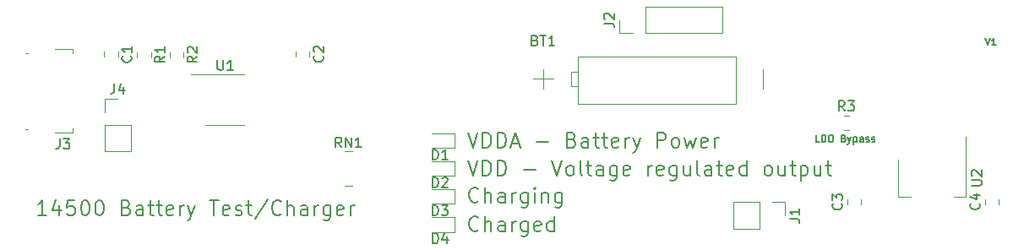
<source format=gbr>
G04 #@! TF.GenerationSoftware,KiCad,Pcbnew,5.1.2*
G04 #@! TF.CreationDate,2019-05-27T08:48:40-05:00*
G04 #@! TF.ProjectId,14500,31343530-302e-46b6-9963-61645f706362,rev?*
G04 #@! TF.SameCoordinates,Original*
G04 #@! TF.FileFunction,Legend,Top*
G04 #@! TF.FilePolarity,Positive*
%FSLAX46Y46*%
G04 Gerber Fmt 4.6, Leading zero omitted, Abs format (unit mm)*
G04 Created by KiCad (PCBNEW 5.1.2) date 2019-05-27 08:48:40*
%MOMM*%
%LPD*%
G04 APERTURE LIST*
%ADD10C,0.150000*%
%ADD11C,0.175000*%
%ADD12C,0.120000*%
G04 APERTURE END LIST*
D10*
X209033333Y-58716666D02*
X209266666Y-59416666D01*
X209500000Y-58716666D01*
X210100000Y-59416666D02*
X209700000Y-59416666D01*
X209900000Y-59416666D02*
X209900000Y-58716666D01*
X209833333Y-58816666D01*
X209766666Y-58883333D01*
X209700000Y-58916666D01*
X114971428Y-76478571D02*
X114114285Y-76478571D01*
X114542857Y-76478571D02*
X114542857Y-74978571D01*
X114399999Y-75192857D01*
X114257142Y-75335714D01*
X114114285Y-75407142D01*
X116257142Y-75478571D02*
X116257142Y-76478571D01*
X115899999Y-74907142D02*
X115542857Y-75978571D01*
X116471428Y-75978571D01*
X117757142Y-74978571D02*
X117042857Y-74978571D01*
X116971428Y-75692857D01*
X117042857Y-75621428D01*
X117185714Y-75550000D01*
X117542857Y-75550000D01*
X117685714Y-75621428D01*
X117757142Y-75692857D01*
X117828571Y-75835714D01*
X117828571Y-76192857D01*
X117757142Y-76335714D01*
X117685714Y-76407142D01*
X117542857Y-76478571D01*
X117185714Y-76478571D01*
X117042857Y-76407142D01*
X116971428Y-76335714D01*
X118757142Y-74978571D02*
X118899999Y-74978571D01*
X119042857Y-75050000D01*
X119114285Y-75121428D01*
X119185714Y-75264285D01*
X119257142Y-75550000D01*
X119257142Y-75907142D01*
X119185714Y-76192857D01*
X119114285Y-76335714D01*
X119042857Y-76407142D01*
X118899999Y-76478571D01*
X118757142Y-76478571D01*
X118614285Y-76407142D01*
X118542857Y-76335714D01*
X118471428Y-76192857D01*
X118399999Y-75907142D01*
X118399999Y-75550000D01*
X118471428Y-75264285D01*
X118542857Y-75121428D01*
X118614285Y-75050000D01*
X118757142Y-74978571D01*
X120185714Y-74978571D02*
X120328571Y-74978571D01*
X120471428Y-75050000D01*
X120542857Y-75121428D01*
X120614285Y-75264285D01*
X120685714Y-75550000D01*
X120685714Y-75907142D01*
X120614285Y-76192857D01*
X120542857Y-76335714D01*
X120471428Y-76407142D01*
X120328571Y-76478571D01*
X120185714Y-76478571D01*
X120042857Y-76407142D01*
X119971428Y-76335714D01*
X119899999Y-76192857D01*
X119828571Y-75907142D01*
X119828571Y-75550000D01*
X119899999Y-75264285D01*
X119971428Y-75121428D01*
X120042857Y-75050000D01*
X120185714Y-74978571D01*
X122971428Y-75692857D02*
X123185714Y-75764285D01*
X123257142Y-75835714D01*
X123328571Y-75978571D01*
X123328571Y-76192857D01*
X123257142Y-76335714D01*
X123185714Y-76407142D01*
X123042857Y-76478571D01*
X122471428Y-76478571D01*
X122471428Y-74978571D01*
X122971428Y-74978571D01*
X123114285Y-75050000D01*
X123185714Y-75121428D01*
X123257142Y-75264285D01*
X123257142Y-75407142D01*
X123185714Y-75550000D01*
X123114285Y-75621428D01*
X122971428Y-75692857D01*
X122471428Y-75692857D01*
X124614285Y-76478571D02*
X124614285Y-75692857D01*
X124542857Y-75550000D01*
X124399999Y-75478571D01*
X124114285Y-75478571D01*
X123971428Y-75550000D01*
X124614285Y-76407142D02*
X124471428Y-76478571D01*
X124114285Y-76478571D01*
X123971428Y-76407142D01*
X123899999Y-76264285D01*
X123899999Y-76121428D01*
X123971428Y-75978571D01*
X124114285Y-75907142D01*
X124471428Y-75907142D01*
X124614285Y-75835714D01*
X125114285Y-75478571D02*
X125685714Y-75478571D01*
X125328571Y-74978571D02*
X125328571Y-76264285D01*
X125399999Y-76407142D01*
X125542857Y-76478571D01*
X125685714Y-76478571D01*
X125971428Y-75478571D02*
X126542857Y-75478571D01*
X126185714Y-74978571D02*
X126185714Y-76264285D01*
X126257142Y-76407142D01*
X126399999Y-76478571D01*
X126542857Y-76478571D01*
X127614285Y-76407142D02*
X127471428Y-76478571D01*
X127185714Y-76478571D01*
X127042857Y-76407142D01*
X126971428Y-76264285D01*
X126971428Y-75692857D01*
X127042857Y-75550000D01*
X127185714Y-75478571D01*
X127471428Y-75478571D01*
X127614285Y-75550000D01*
X127685714Y-75692857D01*
X127685714Y-75835714D01*
X126971428Y-75978571D01*
X128328571Y-76478571D02*
X128328571Y-75478571D01*
X128328571Y-75764285D02*
X128399999Y-75621428D01*
X128471428Y-75550000D01*
X128614285Y-75478571D01*
X128757142Y-75478571D01*
X129114285Y-75478571D02*
X129471428Y-76478571D01*
X129828571Y-75478571D02*
X129471428Y-76478571D01*
X129328571Y-76835714D01*
X129257142Y-76907142D01*
X129114285Y-76978571D01*
X131328571Y-74978571D02*
X132185714Y-74978571D01*
X131757142Y-76478571D02*
X131757142Y-74978571D01*
X133257142Y-76407142D02*
X133114285Y-76478571D01*
X132828571Y-76478571D01*
X132685714Y-76407142D01*
X132614285Y-76264285D01*
X132614285Y-75692857D01*
X132685714Y-75550000D01*
X132828571Y-75478571D01*
X133114285Y-75478571D01*
X133257142Y-75550000D01*
X133328571Y-75692857D01*
X133328571Y-75835714D01*
X132614285Y-75978571D01*
X133899999Y-76407142D02*
X134042857Y-76478571D01*
X134328571Y-76478571D01*
X134471428Y-76407142D01*
X134542857Y-76264285D01*
X134542857Y-76192857D01*
X134471428Y-76050000D01*
X134328571Y-75978571D01*
X134114285Y-75978571D01*
X133971428Y-75907142D01*
X133899999Y-75764285D01*
X133899999Y-75692857D01*
X133971428Y-75550000D01*
X134114285Y-75478571D01*
X134328571Y-75478571D01*
X134471428Y-75550000D01*
X134971428Y-75478571D02*
X135542857Y-75478571D01*
X135185714Y-74978571D02*
X135185714Y-76264285D01*
X135257142Y-76407142D01*
X135399999Y-76478571D01*
X135542857Y-76478571D01*
X137114285Y-74907142D02*
X135828571Y-76835714D01*
X138471428Y-76335714D02*
X138399999Y-76407142D01*
X138185714Y-76478571D01*
X138042857Y-76478571D01*
X137828571Y-76407142D01*
X137685714Y-76264285D01*
X137614285Y-76121428D01*
X137542857Y-75835714D01*
X137542857Y-75621428D01*
X137614285Y-75335714D01*
X137685714Y-75192857D01*
X137828571Y-75050000D01*
X138042857Y-74978571D01*
X138185714Y-74978571D01*
X138399999Y-75050000D01*
X138471428Y-75121428D01*
X139114285Y-76478571D02*
X139114285Y-74978571D01*
X139757142Y-76478571D02*
X139757142Y-75692857D01*
X139685714Y-75550000D01*
X139542857Y-75478571D01*
X139328571Y-75478571D01*
X139185714Y-75550000D01*
X139114285Y-75621428D01*
X141114285Y-76478571D02*
X141114285Y-75692857D01*
X141042857Y-75550000D01*
X140900000Y-75478571D01*
X140614285Y-75478571D01*
X140471428Y-75550000D01*
X141114285Y-76407142D02*
X140971428Y-76478571D01*
X140614285Y-76478571D01*
X140471428Y-76407142D01*
X140400000Y-76264285D01*
X140400000Y-76121428D01*
X140471428Y-75978571D01*
X140614285Y-75907142D01*
X140971428Y-75907142D01*
X141114285Y-75835714D01*
X141828571Y-76478571D02*
X141828571Y-75478571D01*
X141828571Y-75764285D02*
X141900000Y-75621428D01*
X141971428Y-75550000D01*
X142114285Y-75478571D01*
X142257142Y-75478571D01*
X143400000Y-75478571D02*
X143400000Y-76692857D01*
X143328571Y-76835714D01*
X143257142Y-76907142D01*
X143114285Y-76978571D01*
X142900000Y-76978571D01*
X142757142Y-76907142D01*
X143400000Y-76407142D02*
X143257142Y-76478571D01*
X142971428Y-76478571D01*
X142828571Y-76407142D01*
X142757142Y-76335714D01*
X142685714Y-76192857D01*
X142685714Y-75764285D01*
X142757142Y-75621428D01*
X142828571Y-75550000D01*
X142971428Y-75478571D01*
X143257142Y-75478571D01*
X143400000Y-75550000D01*
X144685714Y-76407142D02*
X144542857Y-76478571D01*
X144257142Y-76478571D01*
X144114285Y-76407142D01*
X144042857Y-76264285D01*
X144042857Y-75692857D01*
X144114285Y-75550000D01*
X144257142Y-75478571D01*
X144542857Y-75478571D01*
X144685714Y-75550000D01*
X144757142Y-75692857D01*
X144757142Y-75835714D01*
X144042857Y-75978571D01*
X145400000Y-76478571D02*
X145400000Y-75478571D01*
X145400000Y-75764285D02*
X145471428Y-75621428D01*
X145542857Y-75550000D01*
X145685714Y-75478571D01*
X145828571Y-75478571D01*
D11*
X192416666Y-69116666D02*
X192083333Y-69116666D01*
X192083333Y-68416666D01*
X192650000Y-69116666D02*
X192650000Y-68416666D01*
X192816666Y-68416666D01*
X192916666Y-68450000D01*
X192983333Y-68516666D01*
X193016666Y-68583333D01*
X193050000Y-68716666D01*
X193050000Y-68816666D01*
X193016666Y-68950000D01*
X192983333Y-69016666D01*
X192916666Y-69083333D01*
X192816666Y-69116666D01*
X192650000Y-69116666D01*
X193483333Y-68416666D02*
X193616666Y-68416666D01*
X193683333Y-68450000D01*
X193750000Y-68516666D01*
X193783333Y-68650000D01*
X193783333Y-68883333D01*
X193750000Y-69016666D01*
X193683333Y-69083333D01*
X193616666Y-69116666D01*
X193483333Y-69116666D01*
X193416666Y-69083333D01*
X193350000Y-69016666D01*
X193316666Y-68883333D01*
X193316666Y-68650000D01*
X193350000Y-68516666D01*
X193416666Y-68450000D01*
X193483333Y-68416666D01*
X194850000Y-68750000D02*
X194950000Y-68783333D01*
X194983333Y-68816666D01*
X195016666Y-68883333D01*
X195016666Y-68983333D01*
X194983333Y-69050000D01*
X194950000Y-69083333D01*
X194883333Y-69116666D01*
X194616666Y-69116666D01*
X194616666Y-68416666D01*
X194850000Y-68416666D01*
X194916666Y-68450000D01*
X194950000Y-68483333D01*
X194983333Y-68550000D01*
X194983333Y-68616666D01*
X194950000Y-68683333D01*
X194916666Y-68716666D01*
X194850000Y-68750000D01*
X194616666Y-68750000D01*
X195250000Y-68650000D02*
X195416666Y-69116666D01*
X195583333Y-68650000D02*
X195416666Y-69116666D01*
X195350000Y-69283333D01*
X195316666Y-69316666D01*
X195250000Y-69350000D01*
X195850000Y-68650000D02*
X195850000Y-69350000D01*
X195850000Y-68683333D02*
X195916666Y-68650000D01*
X196050000Y-68650000D01*
X196116666Y-68683333D01*
X196150000Y-68716666D01*
X196183333Y-68783333D01*
X196183333Y-68983333D01*
X196150000Y-69050000D01*
X196116666Y-69083333D01*
X196050000Y-69116666D01*
X195916666Y-69116666D01*
X195850000Y-69083333D01*
X196783333Y-69116666D02*
X196783333Y-68750000D01*
X196750000Y-68683333D01*
X196683333Y-68650000D01*
X196550000Y-68650000D01*
X196483333Y-68683333D01*
X196783333Y-69083333D02*
X196716666Y-69116666D01*
X196550000Y-69116666D01*
X196483333Y-69083333D01*
X196450000Y-69016666D01*
X196450000Y-68950000D01*
X196483333Y-68883333D01*
X196550000Y-68850000D01*
X196716666Y-68850000D01*
X196783333Y-68816666D01*
X197083333Y-69083333D02*
X197150000Y-69116666D01*
X197283333Y-69116666D01*
X197350000Y-69083333D01*
X197383333Y-69016666D01*
X197383333Y-68983333D01*
X197350000Y-68916666D01*
X197283333Y-68883333D01*
X197183333Y-68883333D01*
X197116666Y-68850000D01*
X197083333Y-68783333D01*
X197083333Y-68750000D01*
X197116666Y-68683333D01*
X197183333Y-68650000D01*
X197283333Y-68650000D01*
X197350000Y-68683333D01*
X197650000Y-69083333D02*
X197716666Y-69116666D01*
X197850000Y-69116666D01*
X197916666Y-69083333D01*
X197950000Y-69016666D01*
X197950000Y-68983333D01*
X197916666Y-68916666D01*
X197850000Y-68883333D01*
X197750000Y-68883333D01*
X197683333Y-68850000D01*
X197650000Y-68783333D01*
X197650000Y-68750000D01*
X197683333Y-68683333D01*
X197750000Y-68650000D01*
X197850000Y-68650000D01*
X197916666Y-68683333D01*
D10*
X158242857Y-77935714D02*
X158171428Y-78007142D01*
X157957142Y-78078571D01*
X157814285Y-78078571D01*
X157600000Y-78007142D01*
X157457142Y-77864285D01*
X157385714Y-77721428D01*
X157314285Y-77435714D01*
X157314285Y-77221428D01*
X157385714Y-76935714D01*
X157457142Y-76792857D01*
X157600000Y-76650000D01*
X157814285Y-76578571D01*
X157957142Y-76578571D01*
X158171428Y-76650000D01*
X158242857Y-76721428D01*
X158885714Y-78078571D02*
X158885714Y-76578571D01*
X159528571Y-78078571D02*
X159528571Y-77292857D01*
X159457142Y-77150000D01*
X159314285Y-77078571D01*
X159100000Y-77078571D01*
X158957142Y-77150000D01*
X158885714Y-77221428D01*
X160885714Y-78078571D02*
X160885714Y-77292857D01*
X160814285Y-77150000D01*
X160671428Y-77078571D01*
X160385714Y-77078571D01*
X160242857Y-77150000D01*
X160885714Y-78007142D02*
X160742857Y-78078571D01*
X160385714Y-78078571D01*
X160242857Y-78007142D01*
X160171428Y-77864285D01*
X160171428Y-77721428D01*
X160242857Y-77578571D01*
X160385714Y-77507142D01*
X160742857Y-77507142D01*
X160885714Y-77435714D01*
X161600000Y-78078571D02*
X161600000Y-77078571D01*
X161600000Y-77364285D02*
X161671428Y-77221428D01*
X161742857Y-77150000D01*
X161885714Y-77078571D01*
X162028571Y-77078571D01*
X163171428Y-77078571D02*
X163171428Y-78292857D01*
X163100000Y-78435714D01*
X163028571Y-78507142D01*
X162885714Y-78578571D01*
X162671428Y-78578571D01*
X162528571Y-78507142D01*
X163171428Y-78007142D02*
X163028571Y-78078571D01*
X162742857Y-78078571D01*
X162600000Y-78007142D01*
X162528571Y-77935714D01*
X162457142Y-77792857D01*
X162457142Y-77364285D01*
X162528571Y-77221428D01*
X162600000Y-77150000D01*
X162742857Y-77078571D01*
X163028571Y-77078571D01*
X163171428Y-77150000D01*
X164457142Y-78007142D02*
X164314285Y-78078571D01*
X164028571Y-78078571D01*
X163885714Y-78007142D01*
X163814285Y-77864285D01*
X163814285Y-77292857D01*
X163885714Y-77150000D01*
X164028571Y-77078571D01*
X164314285Y-77078571D01*
X164457142Y-77150000D01*
X164528571Y-77292857D01*
X164528571Y-77435714D01*
X163814285Y-77578571D01*
X165814285Y-78078571D02*
X165814285Y-76578571D01*
X165814285Y-78007142D02*
X165671428Y-78078571D01*
X165385714Y-78078571D01*
X165242857Y-78007142D01*
X165171428Y-77935714D01*
X165100000Y-77792857D01*
X165100000Y-77364285D01*
X165171428Y-77221428D01*
X165242857Y-77150000D01*
X165385714Y-77078571D01*
X165671428Y-77078571D01*
X165814285Y-77150000D01*
X158242857Y-75035714D02*
X158171428Y-75107142D01*
X157957142Y-75178571D01*
X157814285Y-75178571D01*
X157599999Y-75107142D01*
X157457142Y-74964285D01*
X157385714Y-74821428D01*
X157314285Y-74535714D01*
X157314285Y-74321428D01*
X157385714Y-74035714D01*
X157457142Y-73892857D01*
X157599999Y-73750000D01*
X157814285Y-73678571D01*
X157957142Y-73678571D01*
X158171428Y-73750000D01*
X158242857Y-73821428D01*
X158885714Y-75178571D02*
X158885714Y-73678571D01*
X159528571Y-75178571D02*
X159528571Y-74392857D01*
X159457142Y-74250000D01*
X159314285Y-74178571D01*
X159099999Y-74178571D01*
X158957142Y-74250000D01*
X158885714Y-74321428D01*
X160885714Y-75178571D02*
X160885714Y-74392857D01*
X160814285Y-74250000D01*
X160671428Y-74178571D01*
X160385714Y-74178571D01*
X160242857Y-74250000D01*
X160885714Y-75107142D02*
X160742857Y-75178571D01*
X160385714Y-75178571D01*
X160242857Y-75107142D01*
X160171428Y-74964285D01*
X160171428Y-74821428D01*
X160242857Y-74678571D01*
X160385714Y-74607142D01*
X160742857Y-74607142D01*
X160885714Y-74535714D01*
X161599999Y-75178571D02*
X161599999Y-74178571D01*
X161599999Y-74464285D02*
X161671428Y-74321428D01*
X161742857Y-74250000D01*
X161885714Y-74178571D01*
X162028571Y-74178571D01*
X163171428Y-74178571D02*
X163171428Y-75392857D01*
X163099999Y-75535714D01*
X163028571Y-75607142D01*
X162885714Y-75678571D01*
X162671428Y-75678571D01*
X162528571Y-75607142D01*
X163171428Y-75107142D02*
X163028571Y-75178571D01*
X162742857Y-75178571D01*
X162599999Y-75107142D01*
X162528571Y-75035714D01*
X162457142Y-74892857D01*
X162457142Y-74464285D01*
X162528571Y-74321428D01*
X162599999Y-74250000D01*
X162742857Y-74178571D01*
X163028571Y-74178571D01*
X163171428Y-74250000D01*
X163885714Y-75178571D02*
X163885714Y-74178571D01*
X163885714Y-73678571D02*
X163814285Y-73750000D01*
X163885714Y-73821428D01*
X163957142Y-73750000D01*
X163885714Y-73678571D01*
X163885714Y-73821428D01*
X164599999Y-74178571D02*
X164599999Y-75178571D01*
X164599999Y-74321428D02*
X164671428Y-74250000D01*
X164814285Y-74178571D01*
X165028571Y-74178571D01*
X165171428Y-74250000D01*
X165242857Y-74392857D01*
X165242857Y-75178571D01*
X166599999Y-74178571D02*
X166599999Y-75392857D01*
X166528571Y-75535714D01*
X166457142Y-75607142D01*
X166314285Y-75678571D01*
X166099999Y-75678571D01*
X165957142Y-75607142D01*
X166599999Y-75107142D02*
X166457142Y-75178571D01*
X166171428Y-75178571D01*
X166028571Y-75107142D01*
X165957142Y-75035714D01*
X165885714Y-74892857D01*
X165885714Y-74464285D01*
X165957142Y-74321428D01*
X166028571Y-74250000D01*
X166171428Y-74178571D01*
X166457142Y-74178571D01*
X166599999Y-74250000D01*
X157171429Y-70978571D02*
X157671429Y-72478571D01*
X158171429Y-70978571D01*
X158671429Y-72478571D02*
X158671429Y-70978571D01*
X159028572Y-70978571D01*
X159242857Y-71050000D01*
X159385715Y-71192857D01*
X159457143Y-71335714D01*
X159528572Y-71621428D01*
X159528572Y-71835714D01*
X159457143Y-72121428D01*
X159385715Y-72264285D01*
X159242857Y-72407142D01*
X159028572Y-72478571D01*
X158671429Y-72478571D01*
X160171429Y-72478571D02*
X160171429Y-70978571D01*
X160528572Y-70978571D01*
X160742857Y-71050000D01*
X160885715Y-71192857D01*
X160957143Y-71335714D01*
X161028572Y-71621428D01*
X161028572Y-71835714D01*
X160957143Y-72121428D01*
X160885715Y-72264285D01*
X160742857Y-72407142D01*
X160528572Y-72478571D01*
X160171429Y-72478571D01*
X162814286Y-71907142D02*
X163957143Y-71907142D01*
X165600000Y-70978571D02*
X166100000Y-72478571D01*
X166600000Y-70978571D01*
X167314286Y-72478571D02*
X167171429Y-72407142D01*
X167100000Y-72335714D01*
X167028572Y-72192857D01*
X167028572Y-71764285D01*
X167100000Y-71621428D01*
X167171429Y-71550000D01*
X167314286Y-71478571D01*
X167528572Y-71478571D01*
X167671429Y-71550000D01*
X167742857Y-71621428D01*
X167814286Y-71764285D01*
X167814286Y-72192857D01*
X167742857Y-72335714D01*
X167671429Y-72407142D01*
X167528572Y-72478571D01*
X167314286Y-72478571D01*
X168671429Y-72478571D02*
X168528572Y-72407142D01*
X168457143Y-72264285D01*
X168457143Y-70978571D01*
X169028572Y-71478571D02*
X169600000Y-71478571D01*
X169242857Y-70978571D02*
X169242857Y-72264285D01*
X169314286Y-72407142D01*
X169457143Y-72478571D01*
X169600000Y-72478571D01*
X170742857Y-72478571D02*
X170742857Y-71692857D01*
X170671429Y-71550000D01*
X170528572Y-71478571D01*
X170242857Y-71478571D01*
X170100000Y-71550000D01*
X170742857Y-72407142D02*
X170600000Y-72478571D01*
X170242857Y-72478571D01*
X170100000Y-72407142D01*
X170028572Y-72264285D01*
X170028572Y-72121428D01*
X170100000Y-71978571D01*
X170242857Y-71907142D01*
X170600000Y-71907142D01*
X170742857Y-71835714D01*
X172100000Y-71478571D02*
X172100000Y-72692857D01*
X172028572Y-72835714D01*
X171957143Y-72907142D01*
X171814286Y-72978571D01*
X171600000Y-72978571D01*
X171457143Y-72907142D01*
X172100000Y-72407142D02*
X171957143Y-72478571D01*
X171671429Y-72478571D01*
X171528572Y-72407142D01*
X171457143Y-72335714D01*
X171385715Y-72192857D01*
X171385715Y-71764285D01*
X171457143Y-71621428D01*
X171528572Y-71550000D01*
X171671429Y-71478571D01*
X171957143Y-71478571D01*
X172100000Y-71550000D01*
X173385715Y-72407142D02*
X173242857Y-72478571D01*
X172957143Y-72478571D01*
X172814286Y-72407142D01*
X172742857Y-72264285D01*
X172742857Y-71692857D01*
X172814286Y-71550000D01*
X172957143Y-71478571D01*
X173242857Y-71478571D01*
X173385715Y-71550000D01*
X173457143Y-71692857D01*
X173457143Y-71835714D01*
X172742857Y-71978571D01*
X175242857Y-72478571D02*
X175242857Y-71478571D01*
X175242857Y-71764285D02*
X175314286Y-71621428D01*
X175385715Y-71550000D01*
X175528572Y-71478571D01*
X175671429Y-71478571D01*
X176742857Y-72407142D02*
X176600000Y-72478571D01*
X176314286Y-72478571D01*
X176171429Y-72407142D01*
X176100000Y-72264285D01*
X176100000Y-71692857D01*
X176171429Y-71550000D01*
X176314286Y-71478571D01*
X176600000Y-71478571D01*
X176742857Y-71550000D01*
X176814286Y-71692857D01*
X176814286Y-71835714D01*
X176100000Y-71978571D01*
X178100000Y-71478571D02*
X178100000Y-72692857D01*
X178028572Y-72835714D01*
X177957143Y-72907142D01*
X177814286Y-72978571D01*
X177600000Y-72978571D01*
X177457143Y-72907142D01*
X178100000Y-72407142D02*
X177957143Y-72478571D01*
X177671429Y-72478571D01*
X177528572Y-72407142D01*
X177457143Y-72335714D01*
X177385715Y-72192857D01*
X177385715Y-71764285D01*
X177457143Y-71621428D01*
X177528572Y-71550000D01*
X177671429Y-71478571D01*
X177957143Y-71478571D01*
X178100000Y-71550000D01*
X179457143Y-71478571D02*
X179457143Y-72478571D01*
X178814286Y-71478571D02*
X178814286Y-72264285D01*
X178885715Y-72407142D01*
X179028572Y-72478571D01*
X179242857Y-72478571D01*
X179385715Y-72407142D01*
X179457143Y-72335714D01*
X180385715Y-72478571D02*
X180242857Y-72407142D01*
X180171429Y-72264285D01*
X180171429Y-70978571D01*
X181600000Y-72478571D02*
X181600000Y-71692857D01*
X181528572Y-71550000D01*
X181385715Y-71478571D01*
X181100000Y-71478571D01*
X180957143Y-71550000D01*
X181600000Y-72407142D02*
X181457143Y-72478571D01*
X181100000Y-72478571D01*
X180957143Y-72407142D01*
X180885715Y-72264285D01*
X180885715Y-72121428D01*
X180957143Y-71978571D01*
X181100000Y-71907142D01*
X181457143Y-71907142D01*
X181600000Y-71835714D01*
X182100000Y-71478571D02*
X182671429Y-71478571D01*
X182314286Y-70978571D02*
X182314286Y-72264285D01*
X182385715Y-72407142D01*
X182528572Y-72478571D01*
X182671429Y-72478571D01*
X183742857Y-72407142D02*
X183600000Y-72478571D01*
X183314286Y-72478571D01*
X183171429Y-72407142D01*
X183100000Y-72264285D01*
X183100000Y-71692857D01*
X183171429Y-71550000D01*
X183314286Y-71478571D01*
X183600000Y-71478571D01*
X183742857Y-71550000D01*
X183814286Y-71692857D01*
X183814286Y-71835714D01*
X183100000Y-71978571D01*
X185100000Y-72478571D02*
X185100000Y-70978571D01*
X185100000Y-72407142D02*
X184957143Y-72478571D01*
X184671429Y-72478571D01*
X184528572Y-72407142D01*
X184457143Y-72335714D01*
X184385715Y-72192857D01*
X184385715Y-71764285D01*
X184457143Y-71621428D01*
X184528572Y-71550000D01*
X184671429Y-71478571D01*
X184957143Y-71478571D01*
X185100000Y-71550000D01*
X187171429Y-72478571D02*
X187028572Y-72407142D01*
X186957143Y-72335714D01*
X186885715Y-72192857D01*
X186885715Y-71764285D01*
X186957143Y-71621428D01*
X187028572Y-71550000D01*
X187171429Y-71478571D01*
X187385715Y-71478571D01*
X187528572Y-71550000D01*
X187600000Y-71621428D01*
X187671429Y-71764285D01*
X187671429Y-72192857D01*
X187600000Y-72335714D01*
X187528572Y-72407142D01*
X187385715Y-72478571D01*
X187171429Y-72478571D01*
X188957143Y-71478571D02*
X188957143Y-72478571D01*
X188314286Y-71478571D02*
X188314286Y-72264285D01*
X188385715Y-72407142D01*
X188528572Y-72478571D01*
X188742857Y-72478571D01*
X188885715Y-72407142D01*
X188957143Y-72335714D01*
X189457143Y-71478571D02*
X190028572Y-71478571D01*
X189671429Y-70978571D02*
X189671429Y-72264285D01*
X189742857Y-72407142D01*
X189885715Y-72478571D01*
X190028572Y-72478571D01*
X190528572Y-71478571D02*
X190528572Y-72978571D01*
X190528572Y-71550000D02*
X190671429Y-71478571D01*
X190957143Y-71478571D01*
X191100000Y-71550000D01*
X191171429Y-71621428D01*
X191242857Y-71764285D01*
X191242857Y-72192857D01*
X191171429Y-72335714D01*
X191100000Y-72407142D01*
X190957143Y-72478571D01*
X190671429Y-72478571D01*
X190528572Y-72407142D01*
X192528572Y-71478571D02*
X192528572Y-72478571D01*
X191885715Y-71478571D02*
X191885715Y-72264285D01*
X191957143Y-72407142D01*
X192100000Y-72478571D01*
X192314286Y-72478571D01*
X192457143Y-72407142D01*
X192528572Y-72335714D01*
X193028572Y-71478571D02*
X193600000Y-71478571D01*
X193242857Y-70978571D02*
X193242857Y-72264285D01*
X193314286Y-72407142D01*
X193457143Y-72478571D01*
X193600000Y-72478571D01*
X157171428Y-68178571D02*
X157671428Y-69678571D01*
X158171428Y-68178571D01*
X158671428Y-69678571D02*
X158671428Y-68178571D01*
X159028571Y-68178571D01*
X159242856Y-68250000D01*
X159385714Y-68392857D01*
X159457142Y-68535714D01*
X159528571Y-68821428D01*
X159528571Y-69035714D01*
X159457142Y-69321428D01*
X159385714Y-69464285D01*
X159242856Y-69607142D01*
X159028571Y-69678571D01*
X158671428Y-69678571D01*
X160171428Y-69678571D02*
X160171428Y-68178571D01*
X160528571Y-68178571D01*
X160742856Y-68250000D01*
X160885714Y-68392857D01*
X160957142Y-68535714D01*
X161028571Y-68821428D01*
X161028571Y-69035714D01*
X160957142Y-69321428D01*
X160885714Y-69464285D01*
X160742856Y-69607142D01*
X160528571Y-69678571D01*
X160171428Y-69678571D01*
X161599999Y-69250000D02*
X162314285Y-69250000D01*
X161457142Y-69678571D02*
X161957142Y-68178571D01*
X162457142Y-69678571D01*
X164099999Y-69107142D02*
X165242856Y-69107142D01*
X167599999Y-68892857D02*
X167814285Y-68964285D01*
X167885714Y-69035714D01*
X167957142Y-69178571D01*
X167957142Y-69392857D01*
X167885714Y-69535714D01*
X167814285Y-69607142D01*
X167671428Y-69678571D01*
X167099999Y-69678571D01*
X167099999Y-68178571D01*
X167599999Y-68178571D01*
X167742856Y-68250000D01*
X167814285Y-68321428D01*
X167885714Y-68464285D01*
X167885714Y-68607142D01*
X167814285Y-68750000D01*
X167742856Y-68821428D01*
X167599999Y-68892857D01*
X167099999Y-68892857D01*
X169242856Y-69678571D02*
X169242856Y-68892857D01*
X169171428Y-68750000D01*
X169028571Y-68678571D01*
X168742856Y-68678571D01*
X168599999Y-68750000D01*
X169242856Y-69607142D02*
X169099999Y-69678571D01*
X168742856Y-69678571D01*
X168599999Y-69607142D01*
X168528571Y-69464285D01*
X168528571Y-69321428D01*
X168599999Y-69178571D01*
X168742856Y-69107142D01*
X169099999Y-69107142D01*
X169242856Y-69035714D01*
X169742856Y-68678571D02*
X170314285Y-68678571D01*
X169957142Y-68178571D02*
X169957142Y-69464285D01*
X170028571Y-69607142D01*
X170171428Y-69678571D01*
X170314285Y-69678571D01*
X170599999Y-68678571D02*
X171171428Y-68678571D01*
X170814285Y-68178571D02*
X170814285Y-69464285D01*
X170885714Y-69607142D01*
X171028571Y-69678571D01*
X171171428Y-69678571D01*
X172242856Y-69607142D02*
X172099999Y-69678571D01*
X171814285Y-69678571D01*
X171671428Y-69607142D01*
X171599999Y-69464285D01*
X171599999Y-68892857D01*
X171671428Y-68750000D01*
X171814285Y-68678571D01*
X172099999Y-68678571D01*
X172242856Y-68750000D01*
X172314285Y-68892857D01*
X172314285Y-69035714D01*
X171599999Y-69178571D01*
X172957142Y-69678571D02*
X172957142Y-68678571D01*
X172957142Y-68964285D02*
X173028571Y-68821428D01*
X173099999Y-68750000D01*
X173242856Y-68678571D01*
X173385714Y-68678571D01*
X173742856Y-68678571D02*
X174099999Y-69678571D01*
X174457142Y-68678571D02*
X174099999Y-69678571D01*
X173957142Y-70035714D01*
X173885714Y-70107142D01*
X173742856Y-70178571D01*
X176171428Y-69678571D02*
X176171428Y-68178571D01*
X176742856Y-68178571D01*
X176885714Y-68250000D01*
X176957142Y-68321428D01*
X177028571Y-68464285D01*
X177028571Y-68678571D01*
X176957142Y-68821428D01*
X176885714Y-68892857D01*
X176742856Y-68964285D01*
X176171428Y-68964285D01*
X177885714Y-69678571D02*
X177742856Y-69607142D01*
X177671428Y-69535714D01*
X177599999Y-69392857D01*
X177599999Y-68964285D01*
X177671428Y-68821428D01*
X177742856Y-68750000D01*
X177885714Y-68678571D01*
X178099999Y-68678571D01*
X178242856Y-68750000D01*
X178314285Y-68821428D01*
X178385714Y-68964285D01*
X178385714Y-69392857D01*
X178314285Y-69535714D01*
X178242856Y-69607142D01*
X178099999Y-69678571D01*
X177885714Y-69678571D01*
X178885714Y-68678571D02*
X179171428Y-69678571D01*
X179457142Y-68964285D01*
X179742856Y-69678571D01*
X180028571Y-68678571D01*
X181171428Y-69607142D02*
X181028571Y-69678571D01*
X180742856Y-69678571D01*
X180599999Y-69607142D01*
X180528571Y-69464285D01*
X180528571Y-68892857D01*
X180599999Y-68750000D01*
X180742856Y-68678571D01*
X181028571Y-68678571D01*
X181171428Y-68750000D01*
X181242856Y-68892857D01*
X181242856Y-69035714D01*
X180528571Y-69178571D01*
X181885714Y-69678571D02*
X181885714Y-68678571D01*
X181885714Y-68964285D02*
X181957142Y-68821428D01*
X182028571Y-68750000D01*
X182171428Y-68678571D01*
X182314285Y-68678571D01*
D12*
X168250000Y-60550000D02*
X184000000Y-60550000D01*
X184000000Y-60550000D02*
X184000000Y-65300000D01*
X184000000Y-65300000D02*
X168250000Y-65300000D01*
X168250000Y-65300000D02*
X168250000Y-60550000D01*
X168250000Y-60550000D02*
X168250000Y-62050000D01*
X168250000Y-62050000D02*
X167500000Y-62050000D01*
X167500000Y-62050000D02*
X167500000Y-63550000D01*
X167500000Y-63550000D02*
X168250000Y-63550000D01*
X164750000Y-61800000D02*
X164750000Y-63800000D01*
X163750000Y-62800000D02*
X165750000Y-62800000D01*
X186750000Y-61800000D02*
X186750000Y-63800000D01*
X122110000Y-60078922D02*
X122110000Y-60596078D01*
X120690000Y-60078922D02*
X120690000Y-60596078D01*
X139890000Y-60041422D02*
X139890000Y-60558578D01*
X141310000Y-60041422D02*
X141310000Y-60558578D01*
X196610000Y-75396078D02*
X196610000Y-74878922D01*
X195190000Y-75396078D02*
X195190000Y-74878922D01*
X208990000Y-75358578D02*
X208990000Y-74841422D01*
X210410000Y-75358578D02*
X210410000Y-74841422D01*
X155860000Y-68265000D02*
X153575000Y-68265000D01*
X155860000Y-69735000D02*
X155860000Y-68265000D01*
X153575000Y-69735000D02*
X155860000Y-69735000D01*
X153587500Y-72535000D02*
X155872500Y-72535000D01*
X155872500Y-72535000D02*
X155872500Y-71065000D01*
X155872500Y-71065000D02*
X153587500Y-71065000D01*
X155872500Y-73865000D02*
X153587500Y-73865000D01*
X155872500Y-75335000D02*
X155872500Y-73865000D01*
X153587500Y-75335000D02*
X155872500Y-75335000D01*
X153587500Y-78135000D02*
X155872500Y-78135000D01*
X155872500Y-78135000D02*
X155872500Y-76665000D01*
X155872500Y-76665000D02*
X153587500Y-76665000D01*
X188970000Y-75170000D02*
X188970000Y-76500000D01*
X187640000Y-75170000D02*
X188970000Y-75170000D01*
X186370000Y-75170000D02*
X186370000Y-77830000D01*
X186370000Y-77830000D02*
X183770000Y-77830000D01*
X186370000Y-75170000D02*
X183770000Y-75170000D01*
X183770000Y-75170000D02*
X183770000Y-77830000D01*
X182650000Y-58230000D02*
X182650000Y-55570000D01*
X174970000Y-58230000D02*
X182650000Y-58230000D01*
X174970000Y-55570000D02*
X182650000Y-55570000D01*
X174970000Y-58230000D02*
X174970000Y-55570000D01*
X173700000Y-58230000D02*
X172370000Y-58230000D01*
X172370000Y-58230000D02*
X172370000Y-56900000D01*
X120770000Y-70030000D02*
X123430000Y-70030000D01*
X120770000Y-67430000D02*
X120770000Y-70030000D01*
X123430000Y-67430000D02*
X123430000Y-70030000D01*
X120770000Y-67430000D02*
X123430000Y-67430000D01*
X120770000Y-66160000D02*
X120770000Y-64830000D01*
X120770000Y-64830000D02*
X122100000Y-64830000D01*
X125410000Y-60103922D02*
X125410000Y-60621078D01*
X123990000Y-60103922D02*
X123990000Y-60621078D01*
X128710000Y-60621078D02*
X128710000Y-60103922D01*
X127290000Y-60621078D02*
X127290000Y-60103922D01*
X194841422Y-66490000D02*
X195358578Y-66490000D01*
X194841422Y-67910000D02*
X195358578Y-67910000D01*
X145600000Y-73520000D02*
X144800000Y-73520000D01*
X145600000Y-70080000D02*
X144800000Y-70080000D01*
X129400000Y-62305000D02*
X134800000Y-62305000D01*
X130900000Y-67425000D02*
X134800000Y-67425000D01*
X200290000Y-74660000D02*
X201550000Y-74660000D01*
X207110000Y-74660000D02*
X205850000Y-74660000D01*
X200290000Y-70900000D02*
X200290000Y-74660000D01*
X207110000Y-68650000D02*
X207110000Y-74660000D01*
X112800000Y-60190000D02*
X113060000Y-60190000D01*
X115840000Y-59840000D02*
X117610000Y-59840000D01*
X117610000Y-59840000D02*
X117610000Y-60220000D01*
X117610000Y-68160000D02*
X115840000Y-68160000D01*
X113060000Y-67810000D02*
X112800000Y-67810000D01*
X117610000Y-68160000D02*
X117610000Y-67780000D01*
D10*
X163914285Y-58928571D02*
X164057142Y-58976190D01*
X164104761Y-59023809D01*
X164152380Y-59119047D01*
X164152380Y-59261904D01*
X164104761Y-59357142D01*
X164057142Y-59404761D01*
X163961904Y-59452380D01*
X163580952Y-59452380D01*
X163580952Y-58452380D01*
X163914285Y-58452380D01*
X164009523Y-58500000D01*
X164057142Y-58547619D01*
X164104761Y-58642857D01*
X164104761Y-58738095D01*
X164057142Y-58833333D01*
X164009523Y-58880952D01*
X163914285Y-58928571D01*
X163580952Y-58928571D01*
X164438095Y-58452380D02*
X165009523Y-58452380D01*
X164723809Y-59452380D02*
X164723809Y-58452380D01*
X165866666Y-59452380D02*
X165295238Y-59452380D01*
X165580952Y-59452380D02*
X165580952Y-58452380D01*
X165485714Y-58595238D01*
X165390476Y-58690476D01*
X165295238Y-58738095D01*
X123407142Y-60504166D02*
X123454761Y-60551785D01*
X123502380Y-60694642D01*
X123502380Y-60789880D01*
X123454761Y-60932738D01*
X123359523Y-61027976D01*
X123264285Y-61075595D01*
X123073809Y-61123214D01*
X122930952Y-61123214D01*
X122740476Y-61075595D01*
X122645238Y-61027976D01*
X122550000Y-60932738D01*
X122502380Y-60789880D01*
X122502380Y-60694642D01*
X122550000Y-60551785D01*
X122597619Y-60504166D01*
X123502380Y-59551785D02*
X123502380Y-60123214D01*
X123502380Y-59837500D02*
X122502380Y-59837500D01*
X122645238Y-59932738D01*
X122740476Y-60027976D01*
X122788095Y-60123214D01*
X142607142Y-60466666D02*
X142654761Y-60514285D01*
X142702380Y-60657142D01*
X142702380Y-60752380D01*
X142654761Y-60895238D01*
X142559523Y-60990476D01*
X142464285Y-61038095D01*
X142273809Y-61085714D01*
X142130952Y-61085714D01*
X141940476Y-61038095D01*
X141845238Y-60990476D01*
X141750000Y-60895238D01*
X141702380Y-60752380D01*
X141702380Y-60657142D01*
X141750000Y-60514285D01*
X141797619Y-60466666D01*
X141797619Y-60085714D02*
X141750000Y-60038095D01*
X141702380Y-59942857D01*
X141702380Y-59704761D01*
X141750000Y-59609523D01*
X141797619Y-59561904D01*
X141892857Y-59514285D01*
X141988095Y-59514285D01*
X142130952Y-59561904D01*
X142702380Y-60133333D01*
X142702380Y-59514285D01*
X194607142Y-75304166D02*
X194654761Y-75351785D01*
X194702380Y-75494642D01*
X194702380Y-75589880D01*
X194654761Y-75732738D01*
X194559523Y-75827976D01*
X194464285Y-75875595D01*
X194273809Y-75923214D01*
X194130952Y-75923214D01*
X193940476Y-75875595D01*
X193845238Y-75827976D01*
X193750000Y-75732738D01*
X193702380Y-75589880D01*
X193702380Y-75494642D01*
X193750000Y-75351785D01*
X193797619Y-75304166D01*
X193702380Y-74970833D02*
X193702380Y-74351785D01*
X194083333Y-74685119D01*
X194083333Y-74542261D01*
X194130952Y-74447023D01*
X194178571Y-74399404D01*
X194273809Y-74351785D01*
X194511904Y-74351785D01*
X194607142Y-74399404D01*
X194654761Y-74447023D01*
X194702380Y-74542261D01*
X194702380Y-74827976D01*
X194654761Y-74923214D01*
X194607142Y-74970833D01*
X208407142Y-75266666D02*
X208454761Y-75314285D01*
X208502380Y-75457142D01*
X208502380Y-75552380D01*
X208454761Y-75695238D01*
X208359523Y-75790476D01*
X208264285Y-75838095D01*
X208073809Y-75885714D01*
X207930952Y-75885714D01*
X207740476Y-75838095D01*
X207645238Y-75790476D01*
X207550000Y-75695238D01*
X207502380Y-75552380D01*
X207502380Y-75457142D01*
X207550000Y-75314285D01*
X207597619Y-75266666D01*
X207835714Y-74409523D02*
X208502380Y-74409523D01*
X207454761Y-74647619D02*
X208169047Y-74885714D01*
X208169047Y-74266666D01*
X153636904Y-70882380D02*
X153636904Y-69882380D01*
X153875000Y-69882380D01*
X154017857Y-69930000D01*
X154113095Y-70025238D01*
X154160714Y-70120476D01*
X154208333Y-70310952D01*
X154208333Y-70453809D01*
X154160714Y-70644285D01*
X154113095Y-70739523D01*
X154017857Y-70834761D01*
X153875000Y-70882380D01*
X153636904Y-70882380D01*
X155160714Y-70882380D02*
X154589285Y-70882380D01*
X154875000Y-70882380D02*
X154875000Y-69882380D01*
X154779761Y-70025238D01*
X154684523Y-70120476D01*
X154589285Y-70168095D01*
X153649404Y-73682380D02*
X153649404Y-72682380D01*
X153887500Y-72682380D01*
X154030357Y-72730000D01*
X154125595Y-72825238D01*
X154173214Y-72920476D01*
X154220833Y-73110952D01*
X154220833Y-73253809D01*
X154173214Y-73444285D01*
X154125595Y-73539523D01*
X154030357Y-73634761D01*
X153887500Y-73682380D01*
X153649404Y-73682380D01*
X154601785Y-72777619D02*
X154649404Y-72730000D01*
X154744642Y-72682380D01*
X154982738Y-72682380D01*
X155077976Y-72730000D01*
X155125595Y-72777619D01*
X155173214Y-72872857D01*
X155173214Y-72968095D01*
X155125595Y-73110952D01*
X154554166Y-73682380D01*
X155173214Y-73682380D01*
X153649404Y-76482380D02*
X153649404Y-75482380D01*
X153887500Y-75482380D01*
X154030357Y-75530000D01*
X154125595Y-75625238D01*
X154173214Y-75720476D01*
X154220833Y-75910952D01*
X154220833Y-76053809D01*
X154173214Y-76244285D01*
X154125595Y-76339523D01*
X154030357Y-76434761D01*
X153887500Y-76482380D01*
X153649404Y-76482380D01*
X154554166Y-75482380D02*
X155173214Y-75482380D01*
X154839880Y-75863333D01*
X154982738Y-75863333D01*
X155077976Y-75910952D01*
X155125595Y-75958571D01*
X155173214Y-76053809D01*
X155173214Y-76291904D01*
X155125595Y-76387142D01*
X155077976Y-76434761D01*
X154982738Y-76482380D01*
X154697023Y-76482380D01*
X154601785Y-76434761D01*
X154554166Y-76387142D01*
X153649404Y-79282380D02*
X153649404Y-78282380D01*
X153887500Y-78282380D01*
X154030357Y-78330000D01*
X154125595Y-78425238D01*
X154173214Y-78520476D01*
X154220833Y-78710952D01*
X154220833Y-78853809D01*
X154173214Y-79044285D01*
X154125595Y-79139523D01*
X154030357Y-79234761D01*
X153887500Y-79282380D01*
X153649404Y-79282380D01*
X155077976Y-78615714D02*
X155077976Y-79282380D01*
X154839880Y-78234761D02*
X154601785Y-78949047D01*
X155220833Y-78949047D01*
X189422380Y-76833333D02*
X190136666Y-76833333D01*
X190279523Y-76880952D01*
X190374761Y-76976190D01*
X190422380Y-77119047D01*
X190422380Y-77214285D01*
X190422380Y-75833333D02*
X190422380Y-76404761D01*
X190422380Y-76119047D02*
X189422380Y-76119047D01*
X189565238Y-76214285D01*
X189660476Y-76309523D01*
X189708095Y-76404761D01*
X170822380Y-57233333D02*
X171536666Y-57233333D01*
X171679523Y-57280952D01*
X171774761Y-57376190D01*
X171822380Y-57519047D01*
X171822380Y-57614285D01*
X170917619Y-56804761D02*
X170870000Y-56757142D01*
X170822380Y-56661904D01*
X170822380Y-56423809D01*
X170870000Y-56328571D01*
X170917619Y-56280952D01*
X171012857Y-56233333D01*
X171108095Y-56233333D01*
X171250952Y-56280952D01*
X171822380Y-56852380D01*
X171822380Y-56233333D01*
X121766666Y-63282380D02*
X121766666Y-63996666D01*
X121719047Y-64139523D01*
X121623809Y-64234761D01*
X121480952Y-64282380D01*
X121385714Y-64282380D01*
X122671428Y-63615714D02*
X122671428Y-64282380D01*
X122433333Y-63234761D02*
X122195238Y-63949047D01*
X122814285Y-63949047D01*
X126802380Y-60529166D02*
X126326190Y-60862500D01*
X126802380Y-61100595D02*
X125802380Y-61100595D01*
X125802380Y-60719642D01*
X125850000Y-60624404D01*
X125897619Y-60576785D01*
X125992857Y-60529166D01*
X126135714Y-60529166D01*
X126230952Y-60576785D01*
X126278571Y-60624404D01*
X126326190Y-60719642D01*
X126326190Y-61100595D01*
X126802380Y-59576785D02*
X126802380Y-60148214D01*
X126802380Y-59862500D02*
X125802380Y-59862500D01*
X125945238Y-59957738D01*
X126040476Y-60052976D01*
X126088095Y-60148214D01*
X130052380Y-60529166D02*
X129576190Y-60862500D01*
X130052380Y-61100595D02*
X129052380Y-61100595D01*
X129052380Y-60719642D01*
X129100000Y-60624404D01*
X129147619Y-60576785D01*
X129242857Y-60529166D01*
X129385714Y-60529166D01*
X129480952Y-60576785D01*
X129528571Y-60624404D01*
X129576190Y-60719642D01*
X129576190Y-61100595D01*
X129147619Y-60148214D02*
X129100000Y-60100595D01*
X129052380Y-60005357D01*
X129052380Y-59767261D01*
X129100000Y-59672023D01*
X129147619Y-59624404D01*
X129242857Y-59576785D01*
X129338095Y-59576785D01*
X129480952Y-59624404D01*
X130052380Y-60195833D01*
X130052380Y-59576785D01*
X194933333Y-66002380D02*
X194600000Y-65526190D01*
X194361904Y-66002380D02*
X194361904Y-65002380D01*
X194742857Y-65002380D01*
X194838095Y-65050000D01*
X194885714Y-65097619D01*
X194933333Y-65192857D01*
X194933333Y-65335714D01*
X194885714Y-65430952D01*
X194838095Y-65478571D01*
X194742857Y-65526190D01*
X194361904Y-65526190D01*
X195266666Y-65002380D02*
X195885714Y-65002380D01*
X195552380Y-65383333D01*
X195695238Y-65383333D01*
X195790476Y-65430952D01*
X195838095Y-65478571D01*
X195885714Y-65573809D01*
X195885714Y-65811904D01*
X195838095Y-65907142D01*
X195790476Y-65954761D01*
X195695238Y-66002380D01*
X195409523Y-66002380D01*
X195314285Y-65954761D01*
X195266666Y-65907142D01*
X144509523Y-69652380D02*
X144176190Y-69176190D01*
X143938095Y-69652380D02*
X143938095Y-68652380D01*
X144319047Y-68652380D01*
X144414285Y-68700000D01*
X144461904Y-68747619D01*
X144509523Y-68842857D01*
X144509523Y-68985714D01*
X144461904Y-69080952D01*
X144414285Y-69128571D01*
X144319047Y-69176190D01*
X143938095Y-69176190D01*
X144938095Y-69652380D02*
X144938095Y-68652380D01*
X145509523Y-69652380D01*
X145509523Y-68652380D01*
X146509523Y-69652380D02*
X145938095Y-69652380D01*
X146223809Y-69652380D02*
X146223809Y-68652380D01*
X146128571Y-68795238D01*
X146033333Y-68890476D01*
X145938095Y-68938095D01*
X132088095Y-60917380D02*
X132088095Y-61726904D01*
X132135714Y-61822142D01*
X132183333Y-61869761D01*
X132278571Y-61917380D01*
X132469047Y-61917380D01*
X132564285Y-61869761D01*
X132611904Y-61822142D01*
X132659523Y-61726904D01*
X132659523Y-60917380D01*
X133659523Y-61917380D02*
X133088095Y-61917380D01*
X133373809Y-61917380D02*
X133373809Y-60917380D01*
X133278571Y-61060238D01*
X133183333Y-61155476D01*
X133088095Y-61203095D01*
X207652380Y-73511904D02*
X208461904Y-73511904D01*
X208557142Y-73464285D01*
X208604761Y-73416666D01*
X208652380Y-73321428D01*
X208652380Y-73130952D01*
X208604761Y-73035714D01*
X208557142Y-72988095D01*
X208461904Y-72940476D01*
X207652380Y-72940476D01*
X207747619Y-72511904D02*
X207700000Y-72464285D01*
X207652380Y-72369047D01*
X207652380Y-72130952D01*
X207700000Y-72035714D01*
X207747619Y-71988095D01*
X207842857Y-71940476D01*
X207938095Y-71940476D01*
X208080952Y-71988095D01*
X208652380Y-72559523D01*
X208652380Y-71940476D01*
X116266666Y-68802380D02*
X116266666Y-69516666D01*
X116219047Y-69659523D01*
X116123809Y-69754761D01*
X115980952Y-69802380D01*
X115885714Y-69802380D01*
X116647619Y-68802380D02*
X117266666Y-68802380D01*
X116933333Y-69183333D01*
X117076190Y-69183333D01*
X117171428Y-69230952D01*
X117219047Y-69278571D01*
X117266666Y-69373809D01*
X117266666Y-69611904D01*
X117219047Y-69707142D01*
X117171428Y-69754761D01*
X117076190Y-69802380D01*
X116790476Y-69802380D01*
X116695238Y-69754761D01*
X116647619Y-69707142D01*
M02*

</source>
